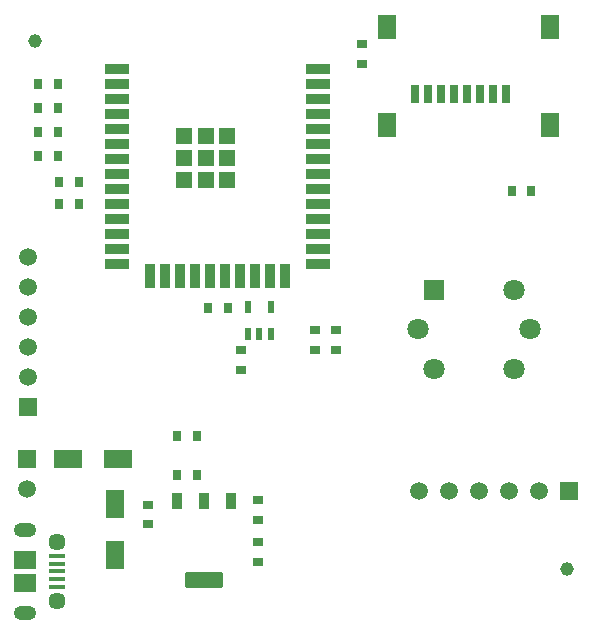
<source format=gbr>
%TF.GenerationSoftware,Altium Limited,Altium Designer,21.4.1 (30)*%
G04 Layer_Color=255*
%FSLAX26Y26*%
%MOIN*%
%TF.SameCoordinates,1ED331C9-AAA6-4E36-89CA-E609260C48EE*%
%TF.FilePolarity,Positive*%
%TF.FileFunction,Pads,Top*%
%TF.Part,Single*%
G01*
G75*
%TA.AperFunction,SMDPad,CuDef*%
G04:AMPARAMS|DCode=10|XSize=51.575mil|YSize=127.559mil|CornerRadius=3.868mil|HoleSize=0mil|Usage=FLASHONLY|Rotation=270.000|XOffset=0mil|YOffset=0mil|HoleType=Round|Shape=RoundedRectangle|*
%AMROUNDEDRECTD10*
21,1,0.051575,0.119823,0,0,270.0*
21,1,0.043839,0.127559,0,0,270.0*
1,1,0.007736,-0.059911,-0.021919*
1,1,0.007736,-0.059911,0.021919*
1,1,0.007736,0.059911,0.021919*
1,1,0.007736,0.059911,-0.021919*
%
%ADD10ROUNDEDRECTD10*%
G04:AMPARAMS|DCode=11|XSize=51.575mil|YSize=36.614mil|CornerRadius=2.746mil|HoleSize=0mil|Usage=FLASHONLY|Rotation=270.000|XOffset=0mil|YOffset=0mil|HoleType=Round|Shape=RoundedRectangle|*
%AMROUNDEDRECTD11*
21,1,0.051575,0.031122,0,0,270.0*
21,1,0.046083,0.036614,0,0,270.0*
1,1,0.005492,-0.015561,-0.023041*
1,1,0.005492,-0.015561,0.023041*
1,1,0.005492,0.015561,0.023041*
1,1,0.005492,0.015561,-0.023041*
%
%ADD11ROUNDEDRECTD11*%
%ADD12R,0.037402X0.031496*%
%ADD13R,0.078740X0.035433*%
%ADD14R,0.035433X0.078740*%
%TA.AperFunction,BGAPad,CuDef*%
%ADD15R,0.052362X0.052362*%
%TA.AperFunction,SMDPad,CuDef*%
%ADD16R,0.035433X0.029528*%
%ADD17R,0.029528X0.035433*%
%ADD18R,0.031496X0.037402*%
%ADD19R,0.020787X0.039748*%
%TA.AperFunction,ConnectorPad*%
%ADD20R,0.074803X0.059055*%
%ADD21R,0.053150X0.015748*%
%TA.AperFunction,SMDPad,CuDef*%
%ADD22R,0.096457X0.062992*%
%ADD23R,0.062992X0.096457*%
%ADD24R,0.031496X0.059055*%
%ADD25R,0.059055X0.080709*%
%TA.AperFunction,WasherPad*%
%ADD30C,0.045354*%
%TA.AperFunction,ComponentPad*%
%ADD31R,0.059055X0.059055*%
%ADD32C,0.059055*%
%ADD33C,0.070866*%
%ADD34R,0.070866X0.070866*%
%ADD35O,0.074803X0.047244*%
%ADD36C,0.057087*%
%ADD37R,0.059055X0.059055*%
D10*
X1370000Y270000D02*
D03*
D11*
X1279842Y533386D02*
D03*
X1370000D02*
D03*
X1460158D02*
D03*
D12*
X1550000Y538465D02*
D03*
Y471536D02*
D03*
Y331535D02*
D03*
Y398464D02*
D03*
X1811024Y1037401D02*
D03*
Y1104331D02*
D03*
X1897638Y1990157D02*
D03*
Y2057086D02*
D03*
D13*
X1080827Y1973110D02*
D03*
Y1923110D02*
D03*
Y1873110D02*
D03*
Y1823110D02*
D03*
Y1773110D02*
D03*
Y1723110D02*
D03*
Y1673110D02*
D03*
Y1623110D02*
D03*
Y1573110D02*
D03*
Y1523110D02*
D03*
Y1473110D02*
D03*
Y1423110D02*
D03*
Y1373110D02*
D03*
Y1323110D02*
D03*
X1750118D02*
D03*
Y1373110D02*
D03*
Y1423110D02*
D03*
Y1473110D02*
D03*
Y1523110D02*
D03*
Y1573110D02*
D03*
Y1623110D02*
D03*
Y1673110D02*
D03*
Y1723110D02*
D03*
Y1773110D02*
D03*
Y1823110D02*
D03*
Y1873110D02*
D03*
Y1923110D02*
D03*
Y1973110D02*
D03*
D14*
X1190473Y1283740D02*
D03*
X1240473D02*
D03*
X1290473D02*
D03*
X1340473D02*
D03*
X1390473D02*
D03*
X1440473D02*
D03*
X1490473D02*
D03*
X1540473D02*
D03*
X1590473D02*
D03*
X1640473D02*
D03*
D15*
X1303858Y1750079D02*
D03*
X1376102D02*
D03*
X1448347D02*
D03*
X1303858Y1677835D02*
D03*
X1376102D02*
D03*
X1448347D02*
D03*
X1303858Y1605591D02*
D03*
X1376102D02*
D03*
X1448347D02*
D03*
D16*
X1740158Y1038386D02*
D03*
Y1103346D02*
D03*
X1492126Y1036417D02*
D03*
Y971457D02*
D03*
X1185000Y457520D02*
D03*
Y522480D02*
D03*
D17*
X2396654Y1566929D02*
D03*
X2461614D02*
D03*
X952756Y1598425D02*
D03*
X887795D02*
D03*
D18*
X815630Y1925079D02*
D03*
X882559D02*
D03*
X815630Y1765079D02*
D03*
X882559D02*
D03*
X815630Y1845079D02*
D03*
X882559D02*
D03*
X815630Y1685079D02*
D03*
X882559D02*
D03*
X886811Y1523425D02*
D03*
X953740D02*
D03*
X1450788Y1177165D02*
D03*
X1383859D02*
D03*
X1348465Y620000D02*
D03*
X1281535D02*
D03*
X1348465Y750000D02*
D03*
X1281535D02*
D03*
D19*
X1517717Y1090551D02*
D03*
X1555118D02*
D03*
X1592520D02*
D03*
Y1180614D02*
D03*
X1517717D02*
D03*
D20*
X774685Y260039D02*
D03*
Y338779D02*
D03*
D21*
X880000Y248228D02*
D03*
Y273819D02*
D03*
Y299409D02*
D03*
Y325000D02*
D03*
Y350591D02*
D03*
D22*
X915354Y675000D02*
D03*
X1084646D02*
D03*
D23*
X1075000Y355354D02*
D03*
Y524646D02*
D03*
D24*
X2377953Y1889764D02*
D03*
X2334646D02*
D03*
X2291339D02*
D03*
X2248032D02*
D03*
X2204724D02*
D03*
X2161417D02*
D03*
X2118110D02*
D03*
X2074803D02*
D03*
D25*
X2522638Y1787401D02*
D03*
Y2114173D02*
D03*
X1981299D02*
D03*
Y1787401D02*
D03*
D30*
X2580709Y307087D02*
D03*
X807087Y2066929D02*
D03*
D31*
X783465Y847244D02*
D03*
X780000Y675000D02*
D03*
D32*
X783465Y947244D02*
D03*
Y1047244D02*
D03*
Y1147244D02*
D03*
Y1247244D02*
D03*
Y1347244D02*
D03*
X780000Y575000D02*
D03*
X2488347Y568582D02*
D03*
X2388347D02*
D03*
X2288347D02*
D03*
X2188347D02*
D03*
X2088347D02*
D03*
D33*
X2401929Y1238543D02*
D03*
X2456693Y1106299D02*
D03*
X2401929Y974055D02*
D03*
X2137441D02*
D03*
X2082677Y1106299D02*
D03*
D34*
X2137441Y1238543D02*
D03*
D35*
X774685Y161614D02*
D03*
Y437205D02*
D03*
D36*
X880984Y200984D02*
D03*
Y397835D02*
D03*
D37*
X2588347Y568582D02*
D03*
%TF.MD5,11324bfe98af15a4e36dafb6d8873aa6*%
M02*

</source>
